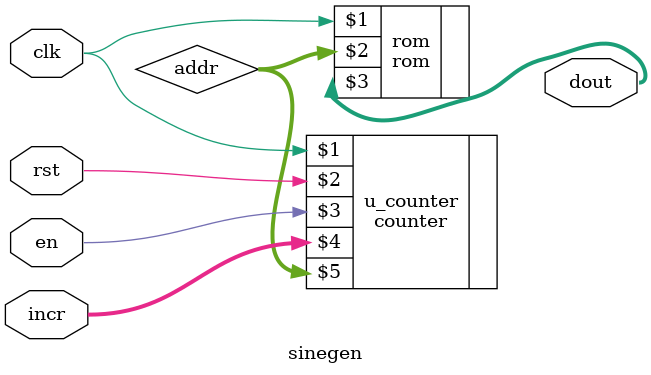
<source format=sv>
module sinegen(
    input logic [7:0] incr,
    input logic rst, en, clk,
    output logic [7:0] dout
);

    logic [7:0] addr;

    counter u_counter(clk, rst, en, incr, addr);
    rom rom(clk, addr, dout);

endmodule

</source>
